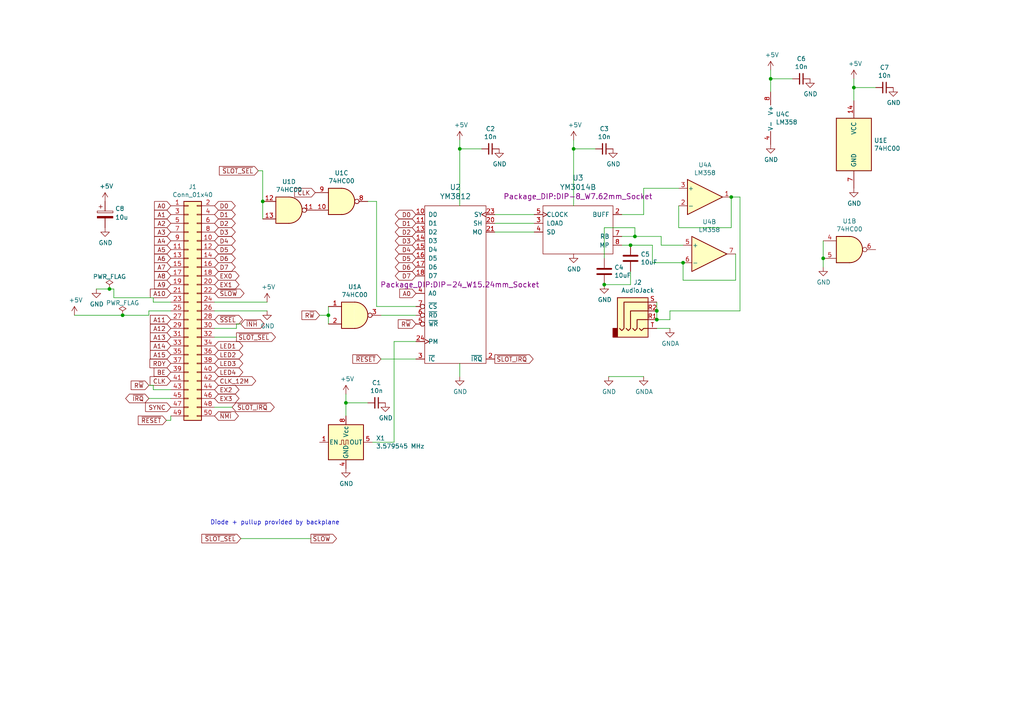
<source format=kicad_sch>
(kicad_sch (version 20211123) (generator eeschema)
  (paper "A4")
  (lib_symbols
    (symbol "74xx:74HC00" (pin_names (offset 1.016))
      (property "Reference" "U" (at 0 1.27 0))
      (property "Value" "74HC00" (at 0 -1.27 0))
      (symbol "74HC00_1_1"
        (arc (start 0 -3.81) (mid 3.81 0) (end 0 3.81) (stroke (width 0.254)) (fill (type background)))
        (polyline (pts (xy 0 3.81) (xy -3.81 3.81) (xy -3.81 -3.81) (xy 0 -3.81)) (stroke (width 0.254)) (fill (type background)))
        (pin input line (at -7.62 2.54 0) (length 3.81) (name "~") (number "1"))
        (pin input line (at -7.62 -2.54 0) (length 3.81) (name "~") (number "2"))
        (pin output inverted (at 7.62 0 180) (length 3.81) (name "~") (number "3"))
      )
      (symbol "74HC00_1_2"
        (arc (start -3.81 -3.81) (mid -2.589 0) (end -3.81 3.81) (stroke (width 0.254)))
        (arc (start -0.6096 -3.81) (mid 2.1842 -2.5851) (end 3.81 0) (stroke (width 0.254)) (fill (type background)))
        (polyline (pts (xy -3.81 -3.81) (xy -0.635 -3.81)) (stroke (width 0.254)) (fill (type background)))
        (polyline (pts (xy -3.81 3.81) (xy -0.635 3.81)) (stroke (width 0.254)) (fill (type background)))
        (polyline (pts (xy -0.635 3.81) (xy -3.81 3.81) (xy -3.81 3.81) (xy -3.556 3.4036) (xy -3.0226 2.2606) (xy -2.6924 1.0414) (xy -2.6162 -0.254) (xy -2.7686 -1.4986) (xy -3.175 -2.7178) (xy -3.81 -3.81) (xy -3.81 -3.81) (xy -0.635 -3.81)) (stroke (width -25.4)) (fill (type background)))
        (arc (start 3.81 0) (mid 2.1915 2.5936) (end -0.6096 3.81) (stroke (width 0.254)) (fill (type background)))
        (pin input inverted (at -7.62 2.54 0) (length 4.318) (name "~") (number "1"))
        (pin input inverted (at -7.62 -2.54 0) (length 4.318) (name "~") (number "2"))
        (pin output line (at 7.62 0 180) (length 3.81) (name "~") (number "3"))
      )
      (symbol "74HC00_2_1"
        (arc (start 0 -3.81) (mid 3.81 0) (end 0 3.81) (stroke (width 0.254)) (fill (type background)))
        (polyline (pts (xy 0 3.81) (xy -3.81 3.81) (xy -3.81 -3.81) (xy 0 -3.81)) (stroke (width 0.254)) (fill (type background)))
        (pin input line (at -7.62 2.54 0) (length 3.81) (name "~") (number "4"))
        (pin input line (at -7.62 -2.54 0) (length 3.81) (name "~") (number "5"))
        (pin output inverted (at 7.62 0 180) (length 3.81) (name "~") (number "6"))
      )
      (symbol "74HC00_2_2"
        (arc (start -3.81 -3.81) (mid -2.589 0) (end -3.81 3.81) (stroke (width 0.254)))
        (arc (start -0.6096 -3.81) (mid 2.1842 -2.5851) (end 3.81 0) (stroke (width 0.254)) (fill (type background)))
        (polyline (pts (xy -3.81 -3.81) (xy -0.635 -3.81)) (stroke (width 0.254)) (fill (type background)))
        (polyline (pts (xy -3.81 3.81) (xy -0.635 3.81)) (stroke (width 0.254)) (fill (type background)))
        (polyline (pts (xy -0.635 3.81) (xy -3.81 3.81) (xy -3.81 3.81) (xy -3.556 3.4036) (xy -3.0226 2.2606) (xy -2.6924 1.0414) (xy -2.6162 -0.254) (xy -2.7686 -1.4986) (xy -3.175 -2.7178) (xy -3.81 -3.81) (xy -3.81 -3.81) (xy -0.635 -3.81)) (stroke (width -25.4)) (fill (type background)))
        (arc (start 3.81 0) (mid 2.1915 2.5936) (end -0.6096 3.81) (stroke (width 0.254)) (fill (type background)))
        (pin input inverted (at -7.62 2.54 0) (length 4.318) (name "~") (number "4"))
        (pin input inverted (at -7.62 -2.54 0) (length 4.318) (name "~") (number "5"))
        (pin output line (at 7.62 0 180) (length 3.81) (name "~") (number "6"))
      )
      (symbol "74HC00_3_1"
        (arc (start 0 -3.81) (mid 3.81 0) (end 0 3.81) (stroke (width 0.254)) (fill (type background)))
        (polyline (pts (xy 0 3.81) (xy -3.81 3.81) (xy -3.81 -3.81) (xy 0 -3.81)) (stroke (width 0.254)) (fill (type background)))
        (pin input line (at -7.62 -2.54 0) (length 3.81) (name "~") (number "10"))
        (pin output inverted (at 7.62 0 180) (length 3.81) (name "~") (number "8"))
        (pin input line (at -7.62 2.54 0) (length 3.81) (name "~") (number "9"))
      )
      (symbol "74HC00_3_2"
        (arc (start -3.81 -3.81) (mid -2.589 0) (end -3.81 3.81) (stroke (width 0.254)))
        (arc (start -0.6096 -3.81) (mid 2.1842 -2.5851) (end 3.81 0) (stroke (width 0.254)) (fill (type background)))
        (polyline (pts (xy -3.81 -3.81) (xy -0.635 -3.81)) (stroke (width 0.254)) (fill (type background)))
        (polyline (pts (xy -3.81 3.81) (xy -0.635 3.81)) (stroke (width 0.254)) (fill (type background)))
        (polyline (pts (xy -0.635 3.81) (xy -3.81 3.81) (xy -3.81 3.81) (xy -3.556 3.4036) (xy -3.0226 2.2606) (xy -2.6924 1.0414) (xy -2.6162 -0.254) (xy -2.7686 -1.4986) (xy -3.175 -2.7178) (xy -3.81 -3.81) (xy -3.81 -3.81) (xy -0.635 -3.81)) (stroke (width -25.4)) (fill (type background)))
        (arc (start 3.81 0) (mid 2.1915 2.5936) (end -0.6096 3.81) (stroke (width 0.254)) (fill (type background)))
        (pin input inverted (at -7.62 -2.54 0) (length 4.318) (name "~") (number "10"))
        (pin output line (at 7.62 0 180) (length 3.81) (name "~") (number "8"))
        (pin input inverted (at -7.62 2.54 0) (length 4.318) (name "~") (number "9"))
      )
      (symbol "74HC00_4_1"
        (arc (start 0 -3.81) (mid 3.81 0) (end 0 3.81) (stroke (width 0.254)) (fill (type background)))
        (polyline (pts (xy 0 3.81) (xy -3.81 3.81) (xy -3.81 -3.81) (xy 0 -3.81)) (stroke (width 0.254)) (fill (type background)))
        (pin output inverted (at 7.62 0 180) (length 3.81) (name "~") (number "11"))
        (pin input line (at -7.62 2.54 0) (length 3.81) (name "~") (number "12"))
        (pin input line (at -7.62 -2.54 0) (length 3.81) (name "~") (number "13"))
      )
      (symbol "74HC00_4_2"
        (arc (start -3.81 -3.81) (mid -2.589 0) (end -3.81 3.81) (stroke (width 0.254)))
        (arc (start -0.6096 -3.81) (mid 2.1842 -2.5851) (end 3.81 0) (stroke (width 0.254)) (fill (type background)))
        (polyline (pts (xy -3.81 -3.81) (xy -0.635 -3.81)) (stroke (width 0.254)) (fill (type background)))
        (polyline (pts (xy -3.81 3.81) (xy -0.635 3.81)) (stroke (width 0.254)) (fill (type background)))
        (polyline (pts (xy -0.635 3.81) (xy -3.81 3.81) (xy -3.81 3.81) (xy -3.556 3.4036) (xy -3.0226 2.2606) (xy -2.6924 1.0414) (xy -2.6162 -0.254) (xy -2.7686 -1.4986) (xy -3.175 -2.7178) (xy -3.81 -3.81) (xy -3.81 -3.81) (xy -0.635 -3.81)) (stroke (width -25.4)) (fill (type background)))
        (arc (start 3.81 0) (mid 2.1915 2.5936) (end -0.6096 3.81) (stroke (width 0.254)) (fill (type background)))
        (pin output line (at 7.62 0 180) (length 3.81) (name "~") (number "11"))
        (pin input inverted (at -7.62 2.54 0) (length 4.318) (name "~") (number "12"))
        (pin input inverted (at -7.62 -2.54 0) (length 4.318) (name "~") (number "13"))
      )
      (symbol "74HC00_5_0"
        (pin power_in line (at 0 12.7 270) (length 5.08) (name "VCC") (number "14"))
        (pin power_in line (at 0 -12.7 90) (length 5.08) (name "GND") (number "7"))
      )
      (symbol "74HC00_5_1"
        (rectangle (start -5.08 7.62) (end 5.08 -7.62) (stroke (width 0.254)) (fill (type background)))
      )
    )
    (symbol "Amplifier_Operational:LM358" (pin_names (offset 0.127))
      (property "Reference" "U" (at 0 5.08 0))
      (property "Value" "LM358" (at 0 -5.08 0))
      (symbol "LM358_1_1"
        (polyline (pts (xy -5.08 5.08) (xy 5.08 0) (xy -5.08 -5.08) (xy -5.08 5.08)) (stroke (width 0.254)) (fill (type background)))
        (pin output line (at 7.62 0 180) (length 2.54) (name "~") (number "1"))
        (pin input line (at -7.62 -2.54 0) (length 2.54) (name "-") (number "2"))
        (pin input line (at -7.62 2.54 0) (length 2.54) (name "+") (number "3"))
      )
      (symbol "LM358_2_1"
        (polyline (pts (xy -5.08 5.08) (xy 5.08 0) (xy -5.08 -5.08) (xy -5.08 5.08)) (stroke (width 0.254)) (fill (type background)))
        (pin input line (at -7.62 2.54 0) (length 2.54) (name "+") (number "5"))
        (pin input line (at -7.62 -2.54 0) (length 2.54) (name "-") (number "6"))
        (pin output line (at 7.62 0 180) (length 2.54) (name "~") (number "7"))
      )
      (symbol "LM358_3_1"
        (pin power_in line (at -2.54 -7.62 90) (length 3.81) (name "V-") (number "4"))
        (pin power_in line (at -2.54 7.62 270) (length 3.81) (name "V+") (number "8"))
      )
    )
    (symbol "Connector:AudioJack4"
      (property "Reference" "J" (at 0 8.89 0))
      (property "Value" "AudioJack4" (at 0 6.35 0))
      (symbol "AudioJack4_0_1"
        (rectangle (start -6.35 -5.08) (end -7.62 -7.62) (stroke (width 0.254)) (fill (type outline)))
        (polyline (pts (xy 0 -5.08) (xy 0.635 -5.715) (xy 1.27 -5.08) (xy 2.54 -5.08)) (stroke (width 0.254)))
        (polyline (pts (xy -5.715 -5.08) (xy -5.08 -5.715) (xy -4.445 -5.08) (xy -4.445 2.54) (xy 2.54 2.54)) (stroke (width 0.254)))
        (polyline (pts (xy -1.905 -5.08) (xy -1.27 -5.715) (xy -0.635 -5.08) (xy -0.635 -2.54) (xy 2.54 -2.54)) (stroke (width 0.254)))
        (polyline (pts (xy 2.54 0) (xy -2.54 0) (xy -2.54 -5.08) (xy -3.175 -5.715) (xy -3.81 -5.08)) (stroke (width 0.254)))
        (rectangle (start 2.54 3.81) (end -6.35 -7.62) (stroke (width 0.254)) (fill (type background)))
      )
      (symbol "AudioJack4_1_1"
        (pin passive line (at 5.08 -2.54 180) (length 2.54) (name "~") (number "R1"))
        (pin passive line (at 5.08 0 180) (length 2.54) (name "~") (number "R2"))
        (pin passive line (at 5.08 2.54 180) (length 2.54) (name "~") (number "S"))
        (pin passive line (at 5.08 -5.08 180) (length 2.54) (name "~") (number "T"))
      )
    )
    (symbol "Connector_Generic:Conn_02x25_Odd_Even" (pin_names (offset 1.016) hide)
      (property "Reference" "J" (at 1.27 33.02 0))
      (property "Value" "Conn_02x25_Odd_Even" (at 1.27 -33.02 0))
      (symbol "Conn_02x25_Odd_Even_1_1"
        (rectangle (start -1.27 -30.353) (end 0 -30.607) (stroke (width 0.1524)))
        (rectangle (start -1.27 -27.813) (end 0 -28.067) (stroke (width 0.1524)))
        (rectangle (start -1.27 -25.273) (end 0 -25.527) (stroke (width 0.1524)))
        (rectangle (start -1.27 -22.733) (end 0 -22.987) (stroke (width 0.1524)))
        (rectangle (start -1.27 -20.193) (end 0 -20.447) (stroke (width 0.1524)))
        (rectangle (start -1.27 -17.653) (end 0 -17.907) (stroke (width 0.1524)))
        (rectangle (start -1.27 -15.113) (end 0 -15.367) (stroke (width 0.1524)))
        (rectangle (start -1.27 -12.573) (end 0 -12.827) (stroke (width 0.1524)))
        (rectangle (start -1.27 -10.033) (end 0 -10.287) (stroke (width 0.1524)))
        (rectangle (start -1.27 -7.493) (end 0 -7.747) (stroke (width 0.1524)))
        (rectangle (start -1.27 -4.953) (end 0 -5.207) (stroke (width 0.1524)))
        (rectangle (start -1.27 -2.413) (end 0 -2.667) (stroke (width 0.1524)))
        (rectangle (start -1.27 0.127) (end 0 -0.127) (stroke (width 0.1524)))
        (rectangle (start -1.27 2.667) (end 0 2.413) (stroke (width 0.1524)))
        (rectangle (start -1.27 5.207) (end 0 4.953) (stroke (width 0.1524)))
        (rectangle (start -1.27 7.747) (end 0 7.493) (stroke (width 0.1524)))
        (rectangle (start -1.27 10.287) (end 0 10.033) (stroke (width 0.1524)))
        (rectangle (start -1.27 12.827) (end 0 12.573) (stroke (width 0.1524)))
        (rectangle (start -1.27 15.367) (end 0 15.113) (stroke (width 0.1524)))
        (rectangle (start -1.27 17.907) (end 0 17.653) (stroke (width 0.1524)))
        (rectangle (start -1.27 20.447) (end 0 20.193) (stroke (width 0.1524)))
        (rectangle (start -1.27 22.987) (end 0 22.733) (stroke (width 0.1524)))
        (rectangle (start -1.27 25.527) (end 0 25.273) (stroke (width 0.1524)))
        (rectangle (start -1.27 28.067) (end 0 27.813) (stroke (width 0.1524)))
        (rectangle (start -1.27 30.607) (end 0 30.353) (stroke (width 0.1524)))
        (rectangle (start -1.27 31.75) (end 3.81 -31.75) (stroke (width 0.254)) (fill (type background)))
        (rectangle (start 3.81 -30.353) (end 2.54 -30.607) (stroke (width 0.1524)))
        (rectangle (start 3.81 -27.813) (end 2.54 -28.067) (stroke (width 0.1524)))
        (rectangle (start 3.81 -25.273) (end 2.54 -25.527) (stroke (width 0.1524)))
        (rectangle (start 3.81 -22.733) (end 2.54 -22.987) (stroke (width 0.1524)))
        (rectangle (start 3.81 -20.193) (end 2.54 -20.447) (stroke (width 0.1524)))
        (rectangle (start 3.81 -17.653) (end 2.54 -17.907) (stroke (width 0.1524)))
        (rectangle (start 3.81 -15.113) (end 2.54 -15.367) (stroke (width 0.1524)))
        (rectangle (start 3.81 -12.573) (end 2.54 -12.827) (stroke (width 0.1524)))
        (rectangle (start 3.81 -10.033) (end 2.54 -10.287) (stroke (width 0.1524)))
        (rectangle (start 3.81 -7.493) (end 2.54 -7.747) (stroke (width 0.1524)))
        (rectangle (start 3.81 -4.953) (end 2.54 -5.207) (stroke (width 0.1524)))
        (rectangle (start 3.81 -2.413) (end 2.54 -2.667) (stroke (width 0.1524)))
        (rectangle (start 3.81 0.127) (end 2.54 -0.127) (stroke (width 0.1524)))
        (rectangle (start 3.81 2.667) (end 2.54 2.413) (stroke (width 0.1524)))
        (rectangle (start 3.81 5.207) (end 2.54 4.953) (stroke (width 0.1524)))
        (rectangle (start 3.81 7.747) (end 2.54 7.493) (stroke (width 0.1524)))
        (rectangle (start 3.81 10.287) (end 2.54 10.033) (stroke (width 0.1524)))
        (rectangle (start 3.81 12.827) (end 2.54 12.573) (stroke (width 0.1524)))
        (rectangle (start 3.81 15.367) (end 2.54 15.113) (stroke (width 0.1524)))
        (rectangle (start 3.81 17.907) (end 2.54 17.653) (stroke (width 0.1524)))
        (rectangle (start 3.81 20.447) (end 2.54 20.193) (stroke (width 0.1524)))
        (rectangle (start 3.81 22.987) (end 2.54 22.733) (stroke (width 0.1524)))
        (rectangle (start 3.81 25.527) (end 2.54 25.273) (stroke (width 0.1524)))
        (rectangle (start 3.81 28.067) (end 2.54 27.813) (stroke (width 0.1524)))
        (rectangle (start 3.81 30.607) (end 2.54 30.353) (stroke (width 0.1524)))
        (pin passive line (at -5.08 30.48 0) (length 3.81) (name "Pin_1") (number "1"))
        (pin passive line (at 7.62 20.32 180) (length 3.81) (name "Pin_10") (number "10"))
        (pin passive line (at -5.08 17.78 0) (length 3.81) (name "Pin_11") (number "11"))
        (pin passive line (at 7.62 17.78 180) (length 3.81) (name "Pin_12") (number "12"))
        (pin passive line (at -5.08 15.24 0) (length 3.81) (name "Pin_13") (number "13"))
        (pin passive line (at 7.62 15.24 180) (length 3.81) (name "Pin_14") (number "14"))
        (pin passive line (at -5.08 12.7 0) (length 3.81) (name "Pin_15") (number "15"))
        (pin passive line (at 7.62 12.7 180) (length 3.81) (name "Pin_16") (number "16"))
        (pin passive line (at -5.08 10.16 0) (length 3.81) (name "Pin_17") (number "17"))
        (pin passive line (at 7.62 10.16 180) (length 3.81) (name "Pin_18") (number "18"))
        (pin passive line (at -5.08 7.62 0) (length 3.81) (name "Pin_19") (number "19"))
        (pin passive line (at 7.62 30.48 180) (length 3.81) (name "Pin_2") (number "2"))
        (pin passive line (at 7.62 7.62 180) (length 3.81) (name "Pin_20") (number "20"))
        (pin passive line (at -5.08 5.08 0) (length 3.81) (name "Pin_21") (number "21"))
        (pin passive line (at 7.62 5.08 180) (length 3.81) (name "Pin_22") (number "22"))
        (pin passive line (at -5.08 2.54 0) (length 3.81) (name "Pin_23") (number "23"))
        (pin passive line (at 7.62 2.54 180) (length 3.81) (name "Pin_24") (number "24"))
        (pin passive line (at -5.08 0 0) (length 3.81) (name "Pin_25") (number "25"))
        (pin passive line (at 7.62 0 180) (length 3.81) (name "Pin_26") (number "26"))
        (pin passive line (at -5.08 -2.54 0) (length 3.81) (name "Pin_27") (number "27"))
        (pin passive line (at 7.62 -2.54 180) (length 3.81) (name "Pin_28") (number "28"))
        (pin passive line (at -5.08 -5.08 0) (length 3.81) (name "Pin_29") (number "29"))
        (pin passive line (at -5.08 27.94 0) (length 3.81) (name "Pin_3") (number "3"))
        (pin passive line (at 7.62 -5.08 180) (length 3.81) (name "Pin_30") (number "30"))
        (pin passive line (at -5.08 -7.62 0) (length 3.81) (name "Pin_31") (number "31"))
        (pin passive line (at 7.62 -7.62 180) (length 3.81) (name "Pin_32") (number "32"))
        (pin passive line (at -5.08 -10.16 0) (length 3.81) (name "Pin_33") (number "33"))
        (pin passive line (at 7.62 -10.16 180) (length 3.81) (name "Pin_34") (number "34"))
        (pin passive line (at -5.08 -12.7 0) (length 3.81) (name "Pin_35") (number "35"))
        (pin passive line (at 7.62 -12.7 180) (length 3.81) (name "Pin_36") (number "36"))
        (pin passive line (at -5.08 -15.24 0) (length 3.81) (name "Pin_37") (number "37"))
        (pin passive line (at 7.62 -15.24 180) (length 3.81) (name "Pin_38") (number "38"))
        (pin passive line (at -5.08 -17.78 0) (length 3.81) (name "Pin_39") (number "39"))
        (pin passive line (at 7.62 27.94 180) (length 3.81) (name "Pin_4") (number "4"))
        (pin passive line (at 7.62 -17.78 180) (length 3.81) (name "Pin_40") (number "40"))
        (pin passive line (at -5.08 -20.32 0) (length 3.81) (name "Pin_41") (number "41"))
        (pin passive line (at 7.62 -20.32 180) (length 3.81) (name "Pin_42") (number "42"))
        (pin passive line (at -5.08 -22.86 0) (length 3.81) (name "Pin_43") (number "43"))
        (pin passive line (at 7.62 -22.86 180) (length 3.81) (name "Pin_44") (number "44"))
        (pin passive line (at -5.08 -25.4 0) (length 3.81) (name "Pin_45") (number "45"))
        (pin passive line (at 7.62 -25.4 180) (length 3.81) (name "Pin_46") (number "46"))
        (pin passive line (at -5.08 -27.94 0) (length 3.81) (name "Pin_47") (number "47"))
        (pin passive line (at 7.62 -27.94 180) (length 3.81) (name "Pin_48") (number "48"))
        (pin passive line (at -5.08 -30.48 0) (length 3.81) (name "Pin_49") (number "49"))
        (pin passive line (at -5.08 25.4 0) (length 3.81) (name "Pin_5") (number "5"))
        (pin passive line (at 7.62 -30.48 180) (length 3.81) (name "Pin_50") (number "50"))
        (pin passive line (at 7.62 25.4 180) (length 3.81) (name "Pin_6") (number "6"))
        (pin passive line (at -5.08 22.86 0) (length 3.81) (name "Pin_7") (number "7"))
        (pin passive line (at 7.62 22.86 180) (length 3.81) (name "Pin_8") (number "8"))
        (pin passive line (at -5.08 20.32 0) (length 3.81) (name "Pin_9") (number "9"))
      )
    )
    (symbol "Device:C" (pin_numbers hide) (pin_names (offset 0.254))
      (property "Reference" "C" (at 0.635 2.54 0))
      (property "Value" "C" (at 0.635 -2.54 0))
      (symbol "C_0_1"
        (polyline (pts (xy -2.032 -0.762) (xy 2.032 -0.762)) (stroke (width 0.508)))
        (polyline (pts (xy -2.032 0.762) (xy 2.032 0.762)) (stroke (width 0.508)))
      )
      (symbol "C_1_1"
        (pin passive line (at 0 3.81 270) (length 2.794) (name "~") (number "1"))
        (pin passive line (at 0 -3.81 90) (length 2.794) (name "~") (number "2"))
      )
    )
    (symbol "Device:C_Polarized" (pin_numbers hide) (pin_names (offset 0.254))
      (property "Reference" "C" (at 0.635 2.54 0))
      (property "Value" "C_Polarized" (at 0.635 -2.54 0))
      (symbol "C_Polarized_0_1"
        (rectangle (start -2.286 0.508) (end 2.286 1.016))
        (polyline (pts (xy -1.778 2.286) (xy -0.762 2.286)))
        (polyline (pts (xy -1.27 2.794) (xy -1.27 1.778)))
        (rectangle (start 2.286 -0.508) (end -2.286 -1.016) (fill (type outline)))
      )
      (symbol "C_Polarized_1_1"
        (pin passive line (at 0 3.81 270) (length 2.794) (name "~") (number "1"))
        (pin passive line (at 0 -3.81 90) (length 2.794) (name "~") (number "2"))
      )
    )
    (symbol "Device:C_Small" (pin_numbers hide) (pin_names (offset 0.254) hide)
      (property "Reference" "C" (at 0.254 1.778 0))
      (property "Value" "C_Small" (at 0.254 -2.032 0))
      (symbol "C_Small_0_1"
        (polyline (pts (xy -1.524 -0.508) (xy 1.524 -0.508)) (stroke (width 0.3302)))
        (polyline (pts (xy -1.524 0.508) (xy 1.524 0.508)) (stroke (width 0.3048)))
      )
      (symbol "C_Small_1_1"
        (pin passive line (at 0 2.54 270) (length 2.032) (name "~") (number "1"))
        (pin passive line (at 0 -2.54 90) (length 2.032) (name "~") (number "2"))
      )
    )
    (symbol "Oscillator:CXO_DIP8" (pin_names (offset 0.254))
      (property "Reference" "X" (at -5.08 6.35 0))
      (property "Value" "CXO_DIP8" (at 1.27 -6.35 0))
      (symbol "CXO_DIP8_0_1"
        (rectangle (start -5.08 5.08) (end 5.08 -5.08) (stroke (width 0.254)) (fill (type background)))
        (polyline (pts (xy -1.905 -0.635) (xy -1.27 -0.635) (xy -1.27 0.635) (xy -0.635 0.635) (xy -0.635 -0.635) (xy 0 -0.635) (xy 0 0.635) (xy 0.635 0.635) (xy 0.635 -0.635)))
      )
      (symbol "CXO_DIP8_1_1"
        (pin input line (at -7.62 0 0) (length 2.54) (name "EN") (number "1"))
        (pin power_in line (at 0 -7.62 90) (length 2.54) (name "GND") (number "4"))
        (pin output line (at 7.62 0 180) (length 2.54) (name "OUT") (number "5"))
        (pin power_in line (at 0 7.62 270) (length 2.54) (name "Vcc") (number "8"))
      )
    )
    (symbol "opl2_board-rescue:YM3014B-adlib" (pin_names (offset 1.016))
      (property "Reference" "U" (at 0 0 0))
      (property "Value" "YM3014B-adlib" (at 1.27 -2.54 0))
      (symbol "YM3014B-adlib_0_1"
        (rectangle (start -8.89 5.08) (end 11.43 -8.89))
      )
      (symbol "YM3014B-adlib_1_1"
        (pin power_in line (at 0 5.08 270) (length 0) hide (name "VCC") (number "1"))
        (pin output line (at 13.97 2.54 180) (length 2.54) (name "BUFF") (number "2"))
        (pin input line (at -11.43 0 0) (length 2.54) (name "LOAD") (number "3"))
        (pin input line (at -11.43 -2.54 0) (length 2.54) (name "SD") (number "4"))
        (pin input clock (at -11.43 2.54 0) (length 2.54) (name "CLOCK") (number "5"))
        (pin power_in line (at 0 -8.89 90) (length 0) hide (name "GND") (number "6"))
        (pin output line (at 13.97 -3.81 180) (length 2.54) (name "RB") (number "7"))
        (pin passive line (at 13.97 -6.35 180) (length 2.54) (name "MP") (number "8"))
      )
    )
    (symbol "opl2_board-rescue:YM3812-adlib" (pin_names (offset 1.016))
      (property "Reference" "U" (at 0 0 0))
      (property "Value" "YM3812-adlib" (at 0 -2.54 0))
      (symbol "YM3812-adlib_0_1"
        (rectangle (start -10.16 20.32) (end 7.62 -25.4))
      )
      (symbol "YM3812-adlib_1_1"
        (pin power_in line (at 0 20.32 270) (length 0) hide (name "VCC") (number "1"))
        (pin bidirectional line (at -12.7 17.78 0) (length 2.54) (name "D0") (number "10"))
        (pin bidirectional line (at -12.7 15.24 0) (length 2.54) (name "D1") (number "11"))
        (pin power_in line (at 0 -25.4 90) (length 0) hide (name "GND") (number "12"))
        (pin bidirectional line (at -12.7 12.7 0) (length 2.54) (name "D2") (number "13"))
        (pin bidirectional line (at -12.7 10.16 0) (length 2.54) (name "D3") (number "14"))
        (pin bidirectional line (at -12.7 7.62 0) (length 2.54) (name "D4") (number "15"))
        (pin bidirectional line (at -12.7 5.08 0) (length 2.54) (name "D5") (number "16"))
        (pin bidirectional line (at -12.7 2.54 0) (length 2.54) (name "D6") (number "17"))
        (pin bidirectional line (at -12.7 0 0) (length 2.54) (name "D7") (number "18"))
        (pin open_collector line (at 10.16 -24.13 180) (length 2.54) (name "~{IRQ}") (number "2"))
        (pin output line (at 10.16 15.24 180) (length 2.54) (name "SH") (number "20"))
        (pin output line (at 10.16 12.7 180) (length 2.54) (name "MO") (number "21"))
        (pin open_collector clock (at 10.16 17.78 180) (length 2.54) (name "SY") (number "23"))
        (pin input clock (at -12.7 -19.05 0) (length 2.54) (name "PM") (number "24"))
        (pin input line (at -12.7 -24.13 0) (length 2.54) (name "~{IC}") (number "3"))
        (pin input line (at -12.7 -5.08 0) (length 2.54) (name "A0") (number "4"))
        (pin input inverted (at -12.7 -13.97 0) (length 2.54) (name "~{WR}") (number "5"))
        (pin input inverted (at -12.7 -11.43 0) (length 2.54) (name "~{RD}") (number "6"))
        (pin input inverted (at -12.7 -8.89 0) (length 2.54) (name "~{CS}") (number "7"))
      )
    )
    (symbol "power:+5V" (power) (pin_names (offset 0))
      (property "Value" "+5V" (at 0 3.556 0))
      (symbol "+5V_0_1"
        (polyline (pts (xy -0.762 1.27) (xy 0 2.54)))
        (polyline (pts (xy 0 0) (xy 0 2.54)))
        (polyline (pts (xy 0 2.54) (xy 0.762 1.27)))
      )
      (symbol "+5V_1_1"
        (pin power_in line (at 0 0 90) (length 0) hide (name "+5V") (number "1"))
      )
    )
    (symbol "power:GND" (power) (pin_names (offset 0))
      (property "Value" "GND" (at 0 -3.81 0))
      (symbol "GND_0_1"
        (polyline (pts (xy 0 0) (xy 0 -1.27) (xy 1.27 -1.27) (xy 0 -2.54) (xy -1.27 -1.27) (xy 0 -1.27)))
      )
      (symbol "GND_1_1"
        (pin power_in line (at 0 0 270) (length 0) hide (name "GND") (number "1"))
      )
    )
    (symbol "power:GNDA" (power) (pin_names (offset 0))
      (property "Value" "GNDA" (at 0 -3.81 0))
      (symbol "GNDA_0_1"
        (polyline (pts (xy 0 0) (xy 0 -1.27) (xy 1.27 -1.27) (xy 0 -2.54) (xy -1.27 -1.27) (xy 0 -1.27)))
      )
      (symbol "GNDA_1_1"
        (pin power_in line (at 0 0 270) (length 0) hide (name "GNDA") (number "1"))
      )
    )
    (symbol "power:PWR_FLAG" (power) (pin_numbers hide) (pin_names (offset 0) hide)
      (property "Value" "PWR_FLAG" (at 0 3.81 0))
      (symbol "PWR_FLAG_0_0"
        (pin power_out line (at 0 0 90) (length 0) (name "pwr") (number "1"))
      )
      (symbol "PWR_FLAG_0_1"
        (polyline (pts (xy 0 0) (xy 0 1.27) (xy -1.016 1.905) (xy 0 2.54) (xy 1.016 1.905) (xy 0 1.27)))
      )
    )
  )
  (junction (at 166.37 43.18))
  (junction (at 31.75 83.82))
  (junction (at 35.56 91.44))
  (junction (at 175.26 82.55))
  (junction (at 100.33 116.84))
  (junction (at 223.52 22.86))
  (junction (at 238.76 74.93))
  (junction (at 247.65 25.4))
  (junction (at 198.12 76.2))
  (junction (at 76.2 58.42))
  (junction (at 190.5 90.17))
  (junction (at 184.15 68.58))
  (junction (at 190.5 92.71))
  (junction (at 95.25 91.44))
  (junction (at 182.88 71.12))
  (junction (at 133.35 43.18))
  (junction (at 212.09 57.15))
  (wire (pts (xy 109.22 58.42) (xy 106.68 58.42)))
  (wire (pts (xy 114.3 128.27) (xy 107.95 128.27)))
  (wire (pts (xy 238.76 77.47) (xy 238.76 74.93)))
  (wire (pts (xy 43.18 91.44) (xy 43.18 90.17)))
  (wire (pts (xy 68.58 97.79) (xy 62.23 97.79)))
  (wire (pts (xy 76.2 49.53) (xy 74.93 49.53)))
  (wire (pts (xy 33.02 83.82) (xy 31.75 83.82)))
  (wire (pts (xy 68.58 95.25) (xy 62.23 95.25)))
  (wire (pts (xy 184.15 68.58) (xy 191.77 68.58)))
  (wire (pts (xy 190.5 92.71) (xy 194.31 92.71)))
  (wire (pts (xy 106.68 116.84) (xy 100.33 116.84)))
  (wire (pts (xy 175.26 74.93) (xy 175.26 66.04)))
  (wire (pts (xy 43.18 111.76) (xy 44.45 111.76)))
  (wire (pts (xy 190.5 95.25) (xy 194.31 95.25)))
  (wire (pts (xy 196.85 66.04) (xy 212.09 66.04)))
  (wire (pts (xy 247.65 25.4) (xy 247.65 22.86)))
  (wire (pts (xy 191.77 71.12) (xy 198.12 71.12)))
  (wire (pts (xy 223.52 26.67) (xy 223.52 22.86)))
  (wire (pts (xy 196.85 59.69) (xy 196.85 66.04)))
  (wire (pts (xy 223.52 22.86) (xy 223.52 20.32)))
  (wire (pts (xy 154.94 67.31) (xy 143.51 67.31)))
  (wire (pts (xy 212.09 66.04) (xy 212.09 57.15)))
  (wire (pts (xy 133.35 43.18) (xy 133.35 40.64)))
  (wire (pts (xy 100.33 120.65) (xy 100.33 116.84)))
  (wire (pts (xy 238.76 74.93) (xy 238.76 69.85)))
  (wire (pts (xy 194.31 92.71) (xy 194.31 90.17)))
  (wire (pts (xy 68.58 93.98) (xy 68.58 95.25)))
  (wire (pts (xy 139.7 43.18) (xy 133.35 43.18)))
  (wire (pts (xy 120.65 91.44) (xy 110.49 91.44)))
  (wire (pts (xy 196.85 54.61) (xy 186.69 54.61)))
  (wire (pts (xy 62.23 90.17) (xy 77.47 90.17)))
  (wire (pts (xy 198.12 81.28) (xy 213.36 81.28)))
  (wire (pts (xy 43.18 115.57) (xy 49.53 115.57)))
  (wire (pts (xy 44.45 113.03) (xy 49.53 113.03)))
  (wire (pts (xy 198.12 76.2) (xy 198.12 81.28)))
  (wire (pts (xy 175.26 66.04) (xy 184.15 66.04)))
  (wire (pts (xy 109.22 88.9) (xy 109.22 58.42)))
  (wire (pts (xy 180.34 71.12) (xy 182.88 71.12)))
  (wire (pts (xy 133.35 109.22) (xy 133.35 105.41)))
  (wire (pts (xy 120.65 88.9) (xy 109.22 88.9)))
  (wire (pts (xy 186.69 109.22) (xy 176.53 109.22)))
  (wire (pts (xy 189.23 76.2) (xy 198.12 76.2)))
  (wire (pts (xy 90.17 156.21) (xy 69.85 156.21)))
  (wire (pts (xy 62.23 87.63) (xy 77.47 87.63)))
  (wire (pts (xy 191.77 68.58) (xy 191.77 71.12)))
  (wire (pts (xy 154.94 64.77) (xy 143.51 64.77)))
  (wire (pts (xy 44.45 87.63) (xy 44.45 86.36)))
  (wire (pts (xy 180.34 68.58) (xy 184.15 68.58)))
  (wire (pts (xy 154.94 62.23) (xy 143.51 62.23)))
  (wire (pts (xy 49.53 90.17) (xy 43.18 90.17)))
  (wire (pts (xy 35.56 91.44) (xy 43.18 91.44)))
  (wire (pts (xy 229.87 22.86) (xy 223.52 22.86)))
  (wire (pts (xy 190.5 90.17) (xy 190.5 92.71)))
  (wire (pts (xy 95.25 93.98) (xy 95.25 91.44)))
  (wire (pts (xy 33.02 86.36) (xy 33.02 83.82)))
  (wire (pts (xy 114.3 99.06) (xy 114.3 128.27)))
  (wire (pts (xy 247.65 29.21) (xy 247.65 25.4)))
  (wire (pts (xy 214.63 90.17) (xy 214.63 57.15)))
  (wire (pts (xy 49.53 121.92) (xy 49.53 120.65)))
  (wire (pts (xy 48.26 121.92) (xy 49.53 121.92)))
  (wire (pts (xy 184.15 66.04) (xy 184.15 68.58)))
  (wire (pts (xy 95.25 91.44) (xy 92.71 91.44)))
  (wire (pts (xy 166.37 43.18) (xy 166.37 40.64)))
  (wire (pts (xy 67.31 118.11) (xy 62.23 118.11)))
  (wire (pts (xy 189.23 71.12) (xy 189.23 76.2)))
  (wire (pts (xy 44.45 87.63) (xy 49.53 87.63)))
  (wire (pts (xy 120.65 99.06) (xy 114.3 99.06)))
  (wire (pts (xy 194.31 90.17) (xy 214.63 90.17)))
  (wire (pts (xy 186.69 54.61) (xy 186.69 62.23)))
  (wire (pts (xy 76.2 49.53) (xy 76.2 58.42)))
  (wire (pts (xy 120.65 104.14) (xy 110.49 104.14)))
  (wire (pts (xy 133.35 43.18) (xy 133.35 59.69)))
  (wire (pts (xy 182.88 82.55) (xy 175.26 82.55)))
  (wire (pts (xy 166.37 43.18) (xy 166.37 59.69)))
  (wire (pts (xy 69.85 93.98) (xy 68.58 93.98)))
  (wire (pts (xy 44.45 111.76) (xy 44.45 113.03)))
  (wire (pts (xy 76.2 63.5) (xy 76.2 58.42)))
  (wire (pts (xy 182.88 71.12) (xy 189.23 71.12)))
  (wire (pts (xy 95.25 88.9) (xy 95.25 91.44)))
  (wire (pts (xy 31.75 83.82) (xy 27.94 83.82)))
  (wire (pts (xy 254 25.4) (xy 247.65 25.4)))
  (wire (pts (xy 100.33 116.84) (xy 100.33 114.3)))
  (wire (pts (xy 213.36 81.28) (xy 213.36 73.66)))
  (wire (pts (xy 186.69 62.23) (xy 180.34 62.23)))
  (wire (pts (xy 214.63 57.15) (xy 212.09 57.15)))
  (wire (pts (xy 190.5 90.17) (xy 190.5 87.63)))
  (wire (pts (xy 33.02 86.36) (xy 44.45 86.36)))
  (wire (pts (xy 21.59 91.44) (xy 35.56 91.44)))
  (wire (pts (xy 172.72 43.18) (xy 166.37 43.18)))
  (wire (pts (xy 182.88 78.74) (xy 182.88 82.55)))
  (text "Diode + pullup provided by backplane" (at 60.96 152.4 0) (effects (font (size 1.27 1.27)) (justify left bottom)))
  (global_label "D3" (shape bidirectional) (at 120.65 69.85 180) (property "Intersheet References" "${INTERSHEET_REFS}" (effects hide)))
  (global_label "LED4" (shape bidirectional) (at 62.23 107.95 0) (property "Intersheet References" "${INTERSHEET_REFS}" (effects hide)))
  (global_label "A1" (shape input) (at 49.53 62.23 180) (property "Intersheet References" "${INTERSHEET_REFS}" (effects hide)))
  (global_label "LED1" (shape bidirectional) (at 62.23 100.33 0) (property "Intersheet References" "${INTERSHEET_REFS}" (effects hide)))
  (global_label "A8" (shape input) (at 49.53 80.01 180) (property "Intersheet References" "${INTERSHEET_REFS}" (effects hide)))
  (global_label "D5" (shape bidirectional) (at 62.23 72.39 0) (property "Intersheet References" "${INTERSHEET_REFS}" (effects hide)))
  (global_label "A6" (shape input) (at 49.53 74.93 180) (property "Intersheet References" "${INTERSHEET_REFS}" (effects hide)))
  (global_label "D1" (shape bidirectional) (at 62.23 62.23 0) (property "Intersheet References" "${INTERSHEET_REFS}" (effects hide)))
  (global_label "~{SLOW}" (shape bidirectional) (at 62.23 85.09 0) (property "Intersheet References" "${INTERSHEET_REFS}" (effects hide)))
  (global_label "A0" (shape input) (at 49.53 59.69 180) (property "Intersheet References" "${INTERSHEET_REFS}" (effects hide)))
  (global_label "R~{W}" (shape input) (at 120.65 93.98 180) (property "Intersheet References" "${INTERSHEET_REFS}" (effects hide)))
  (global_label "~{SSEL}" (shape bidirectional) (at 62.23 92.71 0) (property "Intersheet References" "${INTERSHEET_REFS}" (effects hide)))
  (global_label "~{SLOW}" (shape output) (at 90.17 156.21 0) (property "Intersheet References" "${INTERSHEET_REFS}" (effects hide)))
  (global_label "A13" (shape input) (at 49.53 97.79 180) (property "Intersheet References" "${INTERSHEET_REFS}" (effects hide)))
  (global_label "~{IRQ}" (shape bidirectional) (at 43.18 115.57 180) (property "Intersheet References" "${INTERSHEET_REFS}" (effects hide)))
  (global_label "CLK_12M" (shape bidirectional) (at 62.23 110.49 0) (property "Intersheet References" "${INTERSHEET_REFS}" (effects hide)))
  (global_label "LED2" (shape bidirectional) (at 62.23 102.87 0) (property "Intersheet References" "${INTERSHEET_REFS}" (effects hide)))
  (global_label "D0" (shape bidirectional) (at 62.23 59.69 0) (property "Intersheet References" "${INTERSHEET_REFS}" (effects hide)))
  (global_label "A14" (shape input) (at 49.53 100.33 180) (property "Intersheet References" "${INTERSHEET_REFS}" (effects hide)))
  (global_label "BE" (shape input) (at 49.53 107.95 180) (property "Intersheet References" "${INTERSHEET_REFS}" (effects hide)))
  (global_label "~{RESET}" (shape input) (at 48.26 121.92 180) (property "Intersheet References" "${INTERSHEET_REFS}" (effects hide)))
  (global_label "EX0" (shape bidirectional) (at 62.23 80.01 0) (property "Intersheet References" "${INTERSHEET_REFS}" (effects hide)))
  (global_label "D6" (shape bidirectional) (at 62.23 74.93 0) (property "Intersheet References" "${INTERSHEET_REFS}" (effects hide)))
  (global_label "A12" (shape input) (at 49.53 95.25 180) (property "Intersheet References" "${INTERSHEET_REFS}" (effects hide)))
  (global_label "~{SLOT_SEL}" (shape input) (at 69.85 156.21 180) (property "Intersheet References" "${INTERSHEET_REFS}" (effects hide)))
  (global_label "~{SLOT_IRQ}" (shape output) (at 143.51 104.14 0) (property "Intersheet References" "${INTERSHEET_REFS}" (effects hide)))
  (global_label "D4" (shape bidirectional) (at 62.23 69.85 0) (property "Intersheet References" "${INTERSHEET_REFS}" (effects hide)))
  (global_label "CLK" (shape input) (at 49.53 110.49 180) (property "Intersheet References" "${INTERSHEET_REFS}" (effects hide)))
  (global_label "EX3" (shape bidirectional) (at 62.23 115.57 0) (property "Intersheet References" "${INTERSHEET_REFS}" (effects hide)))
  (global_label "A10" (shape input) (at 49.53 85.09 180) (property "Intersheet References" "${INTERSHEET_REFS}" (effects hide)))
  (global_label "CLK" (shape input) (at 91.44 55.88 180) (property "Intersheet References" "${INTERSHEET_REFS}" (effects hide)))
  (global_label "D0" (shape bidirectional) (at 120.65 62.23 180) (property "Intersheet References" "${INTERSHEET_REFS}" (effects hide)))
  (global_label "D3" (shape bidirectional) (at 62.23 67.31 0) (property "Intersheet References" "${INTERSHEET_REFS}" (effects hide)))
  (global_label "EX2" (shape bidirectional) (at 62.23 113.03 0) (property "Intersheet References" "${INTERSHEET_REFS}" (effects hide)))
  (global_label "D5" (shape bidirectional) (at 120.65 74.93 180) (property "Intersheet References" "${INTERSHEET_REFS}" (effects hide)))
  (global_label "D7" (shape bidirectional) (at 62.23 77.47 0) (property "Intersheet References" "${INTERSHEET_REFS}" (effects hide)))
  (global_label "A15" (shape input) (at 49.53 102.87 180) (property "Intersheet References" "${INTERSHEET_REFS}" (effects hide)))
  (global_label "RDY" (shape input) (at 49.53 105.41 180) (property "Intersheet References" "${INTERSHEET_REFS}" (effects hide)))
  (global_label "A7" (shape input) (at 49.53 77.47 180) (property "Intersheet References" "${INTERSHEET_REFS}" (effects hide)))
  (global_label "D4" (shape bidirectional) (at 120.65 72.39 180) (property "Intersheet References" "${INTERSHEET_REFS}" (effects hide)))
  (global_label "A3" (shape input) (at 49.53 67.31 180) (property "Intersheet References" "${INTERSHEET_REFS}" (effects hide)))
  (global_label "A2" (shape input) (at 49.53 64.77 180) (property "Intersheet References" "${INTERSHEET_REFS}" (effects hide)))
  (global_label "A5" (shape input) (at 49.53 72.39 180) (property "Intersheet References" "${INTERSHEET_REFS}" (effects hide)))
  (global_label "~{RESET}" (shape input) (at 110.49 104.14 180) (property "Intersheet References" "${INTERSHEET_REFS}" (effects hide)))
  (global_label "R~{W}" (shape input) (at 92.71 91.44 180) (property "Intersheet References" "${INTERSHEET_REFS}" (effects hide)))
  (global_label "D7" (shape bidirectional) (at 120.65 80.01 180) (property "Intersheet References" "${INTERSHEET_REFS}" (effects hide)))
  (global_label "~{SLOT_SEL}" (shape input) (at 74.93 49.53 180) (property "Intersheet References" "${INTERSHEET_REFS}" (effects hide)))
  (global_label "LED3" (shape bidirectional) (at 62.23 105.41 0) (property "Intersheet References" "${INTERSHEET_REFS}" (effects hide)))
  (global_label "D6" (shape bidirectional) (at 120.65 77.47 180) (property "Intersheet References" "${INTERSHEET_REFS}" (effects hide)))
  (global_label "~{SLOT_SEL}" (shape output) (at 68.58 97.79 0) (property "Intersheet References" "${INTERSHEET_REFS}" (effects hide)))
  (global_label "EX1" (shape bidirectional) (at 62.23 82.55 0) (property "Intersheet References" "${INTERSHEET_REFS}" (effects hide)))
  (global_label "D2" (shape bidirectional) (at 62.23 64.77 0) (property "Intersheet References" "${INTERSHEET_REFS}" (effects hide)))
  (global_label "A11" (shape input) (at 49.53 92.71 180) (property "Intersheet References" "${INTERSHEET_REFS}" (effects hide)))
  (global_label "~{SLOT_IRQ}" (shape bidirectional) (at 67.31 118.11 0) (property "Intersheet References" "${INTERSHEET_REFS}" (effects hide)))
  (global_label "~{NMI}" (shape bidirectional) (at 62.23 120.65 0) (property "Intersheet References" "${INTERSHEET_REFS}" (effects hide)))
  (global_label "A0" (shape input) (at 120.65 85.09 180) (property "Intersheet References" "${INTERSHEET_REFS}" (effects hide)))
  (global_label "SYNC" (shape input) (at 49.53 118.11 180) (property "Intersheet References" "${INTERSHEET_REFS}" (effects hide)))
  (global_label "A9" (shape input) (at 49.53 82.55 180) (property "Intersheet References" "${INTERSHEET_REFS}" (effects hide)))
  (global_label "A4" (shape input) (at 49.53 69.85 180) (property "Intersheet References" "${INTERSHEET_REFS}" (effects hide)))
  (global_label "R~{W}" (shape input) (at 43.18 111.76 180) (property "Intersheet References" "${INTERSHEET_REFS}" (effects hide)))
  (global_label "D2" (shape bidirectional) (at 120.65 67.31 180) (property "Intersheet References" "${INTERSHEET_REFS}" (effects hide)))
  (global_label "D1" (shape bidirectional) (at 120.65 64.77 180) (property "Intersheet References" "${INTERSHEET_REFS}" (effects hide)))
  (global_label "~{INH}" (shape bidirectional) (at 69.85 93.98 0) (property "Intersheet References" "${INTERSHEET_REFS}" (effects hide)))
  (symbol (lib_id "Connector_Generic:Conn_02x25_Odd_Even") (at 54.61 90.17 0) (unit 1)
    (property "Reference" "J1" (at 55.88 54.1782 0))
    (property "Value" "Conn_01x40" (at 55.88 56.4896 0))
    (property "Footprint" "Connector_PinHeader_2.54mm:PinHeader_2x25_P2.54mm_Horizontal" (effects hide))
  )
  (symbol (lib_id "power:+5V") (at 77.47 87.63 0) (unit 1)
    (property "Reference" "#PWR0101" (effects hide))
    (property "Value" "+5V" (at 77.851 83.2358 0))
  )
  (symbol (lib_id "power:+5V") (at 21.59 91.44 0) (unit 1)
    (property "Reference" "#PWR0102" (effects hide))
    (property "Value" "+5V" (at 21.971 87.0458 0))
  )
  (symbol (lib_id "power:GND") (at 77.47 90.17 0) (unit 1)
    (property "Reference" "#PWR0103" (effects hide))
    (property "Value" "GND" (at 77.597 94.5642 0))
  )
  (symbol (lib_id "power:GND") (at 27.94 83.82 0) (unit 1)
    (property "Reference" "#PWR0104" (effects hide))
    (property "Value" "GND" (at 28.067 88.2142 0))
  )
  (symbol (lib_id "opl2_board-rescue:YM3812-adlib") (at 133.35 80.01 0) (unit 1)
    (property "Reference" "U2" (at 132.08 54.2798 0) (effects (font (size 1.524 1.524))))
    (property "Value" "YM3812" (at 132.08 56.9722 0) (effects (font (size 1.524 1.524))))
    (property "Footprint" "Package_DIP:DIP-24_W15.24mm_Socket" (at 133.35 82.55 0) (effects (font (size 1.524 1.524))))
  )
  (symbol (lib_id "power:+5V") (at 247.65 22.86 0) (unit 1)
    (property "Reference" "#PWR0105" (effects hide))
    (property "Value" "+5V" (at 248.031 18.4658 0))
  )
  (symbol (lib_id "Device:C_Small") (at 256.54 25.4 270) (unit 1)
    (property "Reference" "C7" (at 256.54 19.5834 90))
    (property "Value" "10n" (at 256.54 21.8948 90))
    (property "Footprint" "Capacitor_THT:C_Disc_D4.3mm_W1.9mm_P5.00mm" (effects hide))
  )
  (symbol (lib_id "power:GND") (at 259.08 25.4 0) (unit 1)
    (property "Reference" "#PWR0106" (effects hide))
    (property "Value" "GND" (at 259.207 29.7942 0))
  )
  (symbol (lib_id "power:+5V") (at 133.35 40.64 0) (unit 1)
    (property "Reference" "#PWR0107" (effects hide))
    (property "Value" "+5V" (at 133.731 36.2458 0))
  )
  (symbol (lib_id "Device:C_Small") (at 142.24 43.18 270) (unit 1)
    (property "Reference" "C2" (at 142.24 37.3634 90))
    (property "Value" "10n" (at 142.24 39.6748 90))
    (property "Footprint" "Capacitor_THT:C_Disc_D4.3mm_W1.9mm_P5.00mm" (effects hide))
  )
  (symbol (lib_id "power:GND") (at 144.78 43.18 0) (unit 1)
    (property "Reference" "#PWR0108" (effects hide))
    (property "Value" "GND" (at 144.907 47.5742 0))
  )
  (symbol (lib_id "power:GND") (at 133.35 109.22 0) (unit 1)
    (property "Reference" "#PWR0109" (effects hide))
    (property "Value" "GND" (at 133.477 113.6142 0))
  )
  (symbol (lib_id "power:GND") (at 223.52 41.91 0) (unit 1)
    (property "Reference" "#PWR0110" (effects hide))
    (property "Value" "GND" (at 223.647 46.3042 0))
  )
  (symbol (lib_id "power:GNDA") (at 194.31 95.25 0) (unit 1)
    (property "Reference" "#PWR0111" (effects hide))
    (property "Value" "GNDA" (at 194.437 99.6442 0))
  )
  (symbol (lib_id "Connector:AudioJack4") (at 185.42 90.17 0) (unit 1)
    (property "Reference" "J2" (at 184.9628 81.915 0))
    (property "Value" "AudioJack" (at 184.9628 84.2264 0))
    (property "Footprint" "Keebio-Parts:TRRS-PJ-320A-no-Fmask" (effects hide))
  )
  (symbol (lib_id "Device:C") (at 182.88 74.93 0) (unit 1)
    (property "Reference" "C5" (at 185.801 73.7616 0) (effects (justify left)))
    (property "Value" "10uF" (at 185.801 76.073 0) (effects (justify left)))
    (property "Footprint" "Capacitor_THT:C_Disc_D4.3mm_W1.9mm_P5.00mm" (effects hide))
  )
  (symbol (lib_id "Device:C") (at 175.26 78.74 0) (unit 1)
    (property "Reference" "C4" (at 178.181 77.5716 0) (effects (justify left)))
    (property "Value" "10uF" (at 178.181 79.883 0) (effects (justify left)))
    (property "Footprint" "Capacitor_THT:C_Disc_D4.3mm_W1.9mm_P5.00mm" (effects hide))
  )
  (symbol (lib_id "power:GND") (at 166.37 73.66 0) (unit 1)
    (property "Reference" "#PWR0112" (effects hide))
    (property "Value" "GND" (at 166.497 78.0542 0))
  )
  (symbol (lib_id "power:+5V") (at 166.37 40.64 0) (unit 1)
    (property "Reference" "#PWR0113" (effects hide))
    (property "Value" "+5V" (at 166.751 36.2458 0))
  )
  (symbol (lib_id "Device:C_Small") (at 175.26 43.18 270) (unit 1)
    (property "Reference" "C3" (at 175.26 37.3634 90))
    (property "Value" "10n" (at 175.26 39.6748 90))
    (property "Footprint" "Capacitor_THT:C_Disc_D4.3mm_W1.9mm_P5.00mm" (effects hide))
  )
  (symbol (lib_id "power:GND") (at 177.8 43.18 0) (unit 1)
    (property "Reference" "#PWR0114" (effects hide))
    (property "Value" "GND" (at 177.927 47.5742 0))
  )
  (symbol (lib_id "Oscillator:CXO_DIP8") (at 100.33 128.27 0) (unit 1)
    (property "Reference" "X1" (at 109.0676 127.1016 0) (effects (justify left)))
    (property "Value" "3.579545 MHz" (at 109.0676 129.413 0) (effects (justify left)))
    (property "Footprint" "Oscillator:Oscillator_DIP-8" (effects hide))
    (property "Datasheet" "http://cdn-reichelt.de/documents/datenblatt/B400/OSZI.pdf" (effects hide))
  )
  (symbol (lib_id "power:+5V") (at 100.33 114.3 0) (unit 1)
    (property "Reference" "#PWR0115" (effects hide))
    (property "Value" "+5V" (at 100.711 109.9058 0))
  )
  (symbol (lib_id "Device:C_Small") (at 109.22 116.84 270) (unit 1)
    (property "Reference" "C1" (at 109.22 111.0234 90))
    (property "Value" "10n" (at 109.22 113.3348 90))
    (property "Footprint" "Capacitor_THT:C_Disc_D4.3mm_W1.9mm_P5.00mm" (effects hide))
  )
  (symbol (lib_id "power:GND") (at 111.76 116.84 0) (unit 1)
    (property "Reference" "#PWR0116" (effects hide))
    (property "Value" "GND" (at 111.887 121.2342 0))
  )
  (symbol (lib_id "power:GND") (at 100.33 135.89 0) (unit 1)
    (property "Reference" "#PWR0117" (effects hide))
    (property "Value" "GND" (at 100.457 140.2842 0))
  )
  (symbol (lib_id "power:+5V") (at 223.52 20.32 0) (unit 1)
    (property "Reference" "#PWR0118" (effects hide))
    (property "Value" "+5V" (at 223.901 15.9258 0))
  )
  (symbol (lib_id "Device:C_Small") (at 232.41 22.86 270) (unit 1)
    (property "Reference" "C6" (at 232.41 17.0434 90))
    (property "Value" "10n" (at 232.41 19.3548 90))
    (property "Footprint" "Capacitor_THT:C_Disc_D4.3mm_W1.9mm_P5.00mm" (effects hide))
  )
  (symbol (lib_id "power:GND") (at 234.95 22.86 0) (unit 1)
    (property "Reference" "#PWR0119" (effects hide))
    (property "Value" "GND" (at 235.077 27.2542 0))
  )
  (symbol (lib_id "74xx:74HC00") (at 102.87 91.44 0) (unit 1)
    (property "Reference" "U1" (at 102.87 83.185 0))
    (property "Value" "74HC00" (at 102.87 85.4964 0))
    (property "Footprint" "Package_DIP:DIP-14_W7.62mm_Socket" (effects hide))
    (property "Datasheet" "http://www.ti.com/lit/gpn/sn74hc00" (effects hide))
  )
  (symbol (lib_id "74xx:74HC00") (at 246.38 72.39 0) (unit 2)
    (property "Reference" "U1" (at 246.38 64.135 0))
    (property "Value" "74HC00" (at 246.38 66.4464 0))
    (property "Footprint" "Package_DIP:DIP-14_W7.62mm_Socket" (effects hide))
    (property "Datasheet" "http://www.ti.com/lit/gpn/sn74hc00" (effects hide))
  )
  (symbol (lib_id "74xx:74HC00") (at 99.06 58.42 0) (unit 3)
    (property "Reference" "U1" (at 99.06 50.165 0))
    (property "Value" "74HC00" (at 99.06 52.4764 0))
    (property "Footprint" "Package_DIP:DIP-14_W7.62mm_Socket" (effects hide))
    (property "Datasheet" "http://www.ti.com/lit/gpn/sn74hc00" (effects hide))
  )
  (symbol (lib_id "74xx:74HC00") (at 83.82 60.96 0) (unit 4)
    (property "Reference" "U1" (at 83.82 52.705 0))
    (property "Value" "74HC00" (at 83.82 55.0164 0))
    (property "Footprint" "Package_DIP:DIP-14_W7.62mm_Socket" (effects hide))
    (property "Datasheet" "http://www.ti.com/lit/gpn/sn74hc00" (effects hide))
  )
  (symbol (lib_id "74xx:74HC00") (at 247.65 41.91 0) (unit 5)
    (property "Reference" "U1" (at 253.492 40.7416 0) (effects (justify left)))
    (property "Value" "74HC00" (at 253.492 43.053 0) (effects (justify left)))
    (property "Footprint" "Package_DIP:DIP-14_W7.62mm_Socket" (effects hide))
    (property "Datasheet" "http://www.ti.com/lit/gpn/sn74hc00" (effects hide))
  )
  (symbol (lib_id "power:GND") (at 247.65 54.61 0) (unit 1)
    (property "Reference" "#PWR0121" (effects hide))
    (property "Value" "GND" (at 247.777 59.0042 0))
  )
  (symbol (lib_id "power:GND") (at 238.76 77.47 0) (unit 1)
    (property "Reference" "#PWR0122" (effects hide))
    (property "Value" "GND" (at 238.887 81.8642 0))
  )
  (symbol (lib_id "Amplifier_Operational:LM358") (at 204.47 57.15 0) (unit 1)
    (property "Reference" "U4" (at 204.47 47.8282 0))
    (property "Value" "LM358" (at 204.47 50.1396 0))
    (property "Footprint" "Package_DIP:DIP-8_W7.62mm_Socket" (effects hide))
    (property "Datasheet" "http://www.ti.com/lit/ds/symlink/lm2904-n.pdf" (effects hide))
  )
  (symbol (lib_id "Amplifier_Operational:LM358") (at 205.74 73.66 0) (unit 2)
    (property "Reference" "U4" (at 205.74 64.3382 0))
    (property "Value" "LM358" (at 205.74 66.6496 0))
    (property "Footprint" "Package_DIP:DIP-8_W7.62mm_Socket" (effects hide))
    (property "Datasheet" "http://www.ti.com/lit/ds/symlink/lm2904-n.pdf" (effects hide))
  )
  (symbol (lib_id "Amplifier_Operational:LM358") (at 226.06 34.29 0) (unit 3)
    (property "Reference" "U4" (at 224.9932 33.1216 0) (effects (justify left)))
    (property "Value" "LM358" (at 224.9932 35.433 0) (effects (justify left)))
    (property "Footprint" "Package_DIP:DIP-8_W7.62mm_Socket" (effects hide))
    (property "Datasheet" "http://www.ti.com/lit/ds/symlink/lm2904-n.pdf" (effects hide))
  )
  (symbol (lib_id "opl2_board-rescue:YM3014B-adlib") (at 166.37 64.77 0) (unit 1)
    (property "Reference" "U3" (at 167.64 51.5874 0) (effects (font (size 1.524 1.524))))
    (property "Value" "YM3014B" (at 167.64 54.2798 0) (effects (font (size 1.524 1.524))))
    (property "Footprint" "Package_DIP:DIP-8_W7.62mm_Socket" (at 167.64 56.9722 0) (effects (font (size 1.524 1.524))))
  )
  (symbol (lib_id "power:GND") (at 176.53 109.22 0) (unit 1)
    (property "Reference" "#PWR0120" (effects hide))
    (property "Value" "GND" (at 176.657 113.6142 0))
  )
  (symbol (lib_id "power:GNDA") (at 186.69 109.22 0) (unit 1)
    (property "Reference" "#PWR0124" (effects hide))
    (property "Value" "GNDA" (at 186.817 113.6142 0))
  )
  (symbol (lib_id "power:GND") (at 175.26 82.55 0) (unit 1)
    (property "Reference" "#PWR0125" (effects hide))
    (property "Value" "GND" (at 175.387 86.9442 0))
  )
  (symbol (lib_id "power:PWR_FLAG") (at 31.75 83.82 0) (unit 1)
    (property "Reference" "#FLG0101" (effects hide))
    (property "Value" "PWR_FLAG" (at 31.75 80.2442 0))
  )
  (symbol (lib_id "Device:C_Polarized") (at 30.48 62.23 0) (unit 1)
    (property "Reference" "C8" (at 33.401 60.5063 0) (effects (justify left)))
    (property "Value" "10u" (at 33.401 63.0432 0) (effects (justify left)))
    (property "Footprint" "Capacitor_THT:CP_Radial_D5.0mm_P2.50mm" (effects hide))
  )
  (symbol (lib_id "power:PWR_FLAG") (at 35.56 91.44 0) (unit 1)
    (property "Reference" "#FLG0102" (effects hide))
    (property "Value" "PWR_FLAG" (at 35.56 87.8642 0))
  )
  (symbol (lib_id "power:+5V") (at 30.48 58.42 0) (unit 1)
    (property "Reference" "#PWR0126" (effects hide))
    (property "Value" "+5V" (at 30.861 54.0258 0))
  )
  (symbol (lib_id "power:GND") (at 30.48 66.04 0) (unit 1)
    (property "Reference" "#PWR0123" (effects hide))
    (property "Value" "GND" (at 30.607 70.4342 0))
  )
)
</source>
